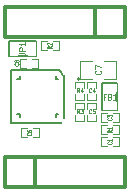
<source format=gto>
G04 (created by PCBNEW (2013-june-11)-stable) date Tue 22 Apr 2014 01:24:35 PM PDT*
%MOIN*%
G04 Gerber Fmt 3.4, Leading zero omitted, Abs format*
%FSLAX34Y34*%
G01*
G70*
G90*
G04 APERTURE LIST*
%ADD10C,0.00590551*%
%ADD11C,0.0039*%
%ADD12C,0.005*%
%ADD13C,0.0028*%
%ADD14C,0.012*%
%ADD15C,0.0079*%
%ADD16C,0.0043*%
%ADD17C,0.0045*%
%ADD18C,0.0354*%
%ADD19R,0.035X0.055*%
%ADD20R,0.025X0.045*%
%ADD21R,0.045X0.025*%
%ADD22R,0.0236X0.0157*%
%ADD23R,0.0157X0.0236*%
%ADD24R,0.055X0.055*%
%ADD25C,0.055*%
%ADD26R,0.0984252X0.0629921*%
%ADD27O,0.00984252X0.0315*%
G04 APERTURE END LIST*
G54D10*
G54D11*
X80500Y-31900D02*
G75*
G03X80500Y-31900I-50J0D01*
G74*
G01*
X80900Y-31900D02*
X80500Y-31900D01*
X80500Y-31900D02*
X80500Y-31300D01*
X80500Y-31300D02*
X80900Y-31300D01*
X81300Y-31300D02*
X81700Y-31300D01*
X81700Y-31300D02*
X81700Y-31900D01*
X81700Y-31900D02*
X81300Y-31900D01*
G54D12*
X79050Y-31150D02*
X78150Y-31150D01*
X78150Y-31150D02*
X78150Y-30650D01*
X78150Y-30650D02*
X79050Y-30650D01*
X79050Y-30650D02*
X79050Y-31150D01*
X81250Y-32950D02*
X81250Y-32050D01*
X81250Y-32050D02*
X81750Y-32050D01*
X81750Y-32050D02*
X81750Y-32950D01*
X81750Y-32950D02*
X81250Y-32950D01*
G54D13*
X80650Y-32900D02*
X80650Y-32700D01*
X80650Y-32700D02*
X80350Y-32700D01*
X80350Y-32700D02*
X80350Y-32900D01*
X80650Y-33100D02*
X80650Y-33300D01*
X80650Y-33300D02*
X80350Y-33300D01*
X80350Y-33300D02*
X80350Y-33100D01*
X80350Y-32400D02*
X80350Y-32600D01*
X80350Y-32600D02*
X80650Y-32600D01*
X80650Y-32600D02*
X80650Y-32400D01*
X80350Y-32200D02*
X80350Y-32000D01*
X80350Y-32000D02*
X80650Y-32000D01*
X80650Y-32000D02*
X80650Y-32200D01*
X79400Y-30650D02*
X79200Y-30650D01*
X79200Y-30650D02*
X79200Y-30950D01*
X79200Y-30950D02*
X79400Y-30950D01*
X79600Y-30650D02*
X79800Y-30650D01*
X79800Y-30650D02*
X79800Y-30950D01*
X79800Y-30950D02*
X79600Y-30950D01*
X81600Y-33750D02*
X81800Y-33750D01*
X81800Y-33750D02*
X81800Y-33450D01*
X81800Y-33450D02*
X81600Y-33450D01*
X81400Y-33750D02*
X81200Y-33750D01*
X81200Y-33750D02*
X81200Y-33450D01*
X81200Y-33450D02*
X81400Y-33450D01*
X81600Y-33350D02*
X81800Y-33350D01*
X81800Y-33350D02*
X81800Y-33050D01*
X81800Y-33050D02*
X81600Y-33050D01*
X81400Y-33350D02*
X81200Y-33350D01*
X81200Y-33350D02*
X81200Y-33050D01*
X81200Y-33050D02*
X81400Y-33050D01*
X80750Y-32400D02*
X80750Y-32600D01*
X80750Y-32600D02*
X81050Y-32600D01*
X81050Y-32600D02*
X81050Y-32400D01*
X80750Y-32200D02*
X80750Y-32000D01*
X80750Y-32000D02*
X81050Y-32000D01*
X81050Y-32000D02*
X81050Y-32200D01*
X81050Y-32900D02*
X81050Y-32700D01*
X81050Y-32700D02*
X80750Y-32700D01*
X80750Y-32700D02*
X80750Y-32900D01*
X81050Y-33100D02*
X81050Y-33300D01*
X81050Y-33300D02*
X80750Y-33300D01*
X80750Y-33300D02*
X80750Y-33100D01*
X81600Y-34150D02*
X81800Y-34150D01*
X81800Y-34150D02*
X81800Y-33850D01*
X81800Y-33850D02*
X81600Y-33850D01*
X81400Y-34150D02*
X81200Y-34150D01*
X81200Y-34150D02*
X81200Y-33850D01*
X81200Y-33850D02*
X81400Y-33850D01*
X78925Y-33850D02*
X79125Y-33850D01*
X79125Y-33850D02*
X79125Y-33550D01*
X79125Y-33550D02*
X78925Y-33550D01*
X78725Y-33850D02*
X78525Y-33850D01*
X78525Y-33850D02*
X78525Y-33550D01*
X78525Y-33550D02*
X78725Y-33550D01*
X78900Y-31550D02*
X79100Y-31550D01*
X79100Y-31550D02*
X79100Y-31250D01*
X79100Y-31250D02*
X78900Y-31250D01*
X78700Y-31550D02*
X78500Y-31550D01*
X78500Y-31550D02*
X78500Y-31250D01*
X78500Y-31250D02*
X78700Y-31250D01*
G54D14*
X78000Y-34500D02*
X78000Y-34500D01*
X78000Y-35500D02*
X78000Y-34500D01*
X78000Y-34500D02*
X78000Y-34500D01*
X78000Y-34500D02*
X82000Y-34500D01*
X82000Y-34500D02*
X82000Y-35500D01*
X82000Y-35500D02*
X78000Y-35500D01*
X79000Y-35500D02*
X79000Y-34500D01*
X82000Y-30500D02*
X82000Y-30500D01*
X82000Y-29500D02*
X82000Y-30500D01*
X82000Y-30500D02*
X82000Y-30500D01*
X82000Y-30500D02*
X78000Y-30500D01*
X78000Y-30500D02*
X78000Y-29500D01*
X78000Y-29500D02*
X82000Y-29500D01*
X81000Y-29500D02*
X81000Y-30500D01*
G54D10*
X79788Y-31614D02*
X79985Y-31811D01*
X78214Y-31614D02*
X79788Y-31614D01*
X78214Y-33385D02*
X78214Y-31614D01*
X79985Y-31811D02*
X79985Y-33385D01*
X79985Y-33385D02*
X78214Y-33385D01*
G54D15*
X79687Y-31912D02*
X79785Y-31912D01*
X79687Y-31814D02*
X79687Y-31912D01*
X78512Y-31912D02*
X78512Y-31814D01*
X78414Y-31912D02*
X78512Y-31912D01*
X78512Y-33087D02*
X78414Y-33087D01*
X78512Y-33185D02*
X78512Y-33087D01*
X79687Y-33087D02*
X79687Y-33185D01*
X79785Y-33087D02*
X79687Y-33087D01*
G54D16*
X81185Y-31632D02*
X81195Y-31642D01*
X81204Y-31670D01*
X81204Y-31689D01*
X81195Y-31717D01*
X81176Y-31736D01*
X81157Y-31745D01*
X81120Y-31754D01*
X81092Y-31754D01*
X81054Y-31745D01*
X81035Y-31736D01*
X81017Y-31717D01*
X81007Y-31689D01*
X81007Y-31670D01*
X81017Y-31642D01*
X81026Y-31632D01*
X81007Y-31567D02*
X81007Y-31435D01*
X81204Y-31520D01*
G54D17*
X78480Y-31050D02*
X78623Y-31050D01*
X78652Y-31058D01*
X78671Y-31075D01*
X78680Y-31101D01*
X78680Y-31118D01*
X78680Y-30964D02*
X78480Y-30964D01*
X78480Y-30895D01*
X78490Y-30878D01*
X78500Y-30870D01*
X78519Y-30861D01*
X78547Y-30861D01*
X78566Y-30870D01*
X78576Y-30878D01*
X78585Y-30895D01*
X78585Y-30964D01*
X78680Y-30690D02*
X78680Y-30792D01*
X78680Y-30741D02*
X78480Y-30741D01*
X78509Y-30758D01*
X78528Y-30775D01*
X78538Y-30792D01*
X81350Y-32501D02*
X81290Y-32501D01*
X81290Y-32605D02*
X81290Y-32405D01*
X81375Y-32405D01*
X81504Y-32501D02*
X81530Y-32510D01*
X81538Y-32520D01*
X81547Y-32539D01*
X81547Y-32567D01*
X81538Y-32586D01*
X81530Y-32596D01*
X81512Y-32605D01*
X81444Y-32605D01*
X81444Y-32405D01*
X81504Y-32405D01*
X81521Y-32415D01*
X81530Y-32425D01*
X81538Y-32444D01*
X81538Y-32463D01*
X81530Y-32482D01*
X81521Y-32491D01*
X81504Y-32501D01*
X81444Y-32501D01*
X81718Y-32605D02*
X81615Y-32605D01*
X81667Y-32605D02*
X81667Y-32405D01*
X81650Y-32434D01*
X81632Y-32453D01*
X81615Y-32463D01*
G54D13*
X80480Y-33055D02*
X80440Y-32990D01*
X80411Y-33055D02*
X80411Y-32917D01*
X80457Y-32917D01*
X80468Y-32924D01*
X80474Y-32931D01*
X80480Y-32944D01*
X80480Y-32963D01*
X80474Y-32977D01*
X80468Y-32983D01*
X80457Y-32990D01*
X80411Y-32990D01*
X80520Y-32917D02*
X80594Y-32917D01*
X80554Y-32970D01*
X80571Y-32970D01*
X80582Y-32977D01*
X80588Y-32983D01*
X80594Y-32996D01*
X80594Y-33029D01*
X80588Y-33042D01*
X80582Y-33049D01*
X80571Y-33055D01*
X80537Y-33055D01*
X80525Y-33049D01*
X80520Y-33042D01*
X80480Y-32355D02*
X80440Y-32290D01*
X80411Y-32355D02*
X80411Y-32217D01*
X80457Y-32217D01*
X80468Y-32224D01*
X80474Y-32231D01*
X80480Y-32244D01*
X80480Y-32263D01*
X80474Y-32277D01*
X80468Y-32283D01*
X80457Y-32290D01*
X80411Y-32290D01*
X80582Y-32263D02*
X80582Y-32355D01*
X80554Y-32211D02*
X80525Y-32309D01*
X80600Y-32309D01*
X79555Y-30820D02*
X79490Y-30860D01*
X79555Y-30888D02*
X79417Y-30888D01*
X79417Y-30842D01*
X79424Y-30831D01*
X79431Y-30825D01*
X79444Y-30820D01*
X79463Y-30820D01*
X79477Y-30825D01*
X79483Y-30831D01*
X79490Y-30842D01*
X79490Y-30888D01*
X79431Y-30774D02*
X79424Y-30768D01*
X79417Y-30757D01*
X79417Y-30728D01*
X79424Y-30717D01*
X79431Y-30711D01*
X79444Y-30705D01*
X79457Y-30705D01*
X79477Y-30711D01*
X79555Y-30780D01*
X79555Y-30705D01*
X81555Y-33620D02*
X81490Y-33660D01*
X81555Y-33688D02*
X81417Y-33688D01*
X81417Y-33642D01*
X81424Y-33631D01*
X81431Y-33625D01*
X81444Y-33620D01*
X81463Y-33620D01*
X81477Y-33625D01*
X81483Y-33631D01*
X81490Y-33642D01*
X81490Y-33688D01*
X81555Y-33505D02*
X81555Y-33574D01*
X81555Y-33540D02*
X81417Y-33540D01*
X81437Y-33551D01*
X81450Y-33562D01*
X81457Y-33574D01*
X81542Y-33220D02*
X81549Y-33225D01*
X81555Y-33242D01*
X81555Y-33254D01*
X81549Y-33271D01*
X81536Y-33282D01*
X81523Y-33288D01*
X81496Y-33294D01*
X81477Y-33294D01*
X81450Y-33288D01*
X81437Y-33282D01*
X81424Y-33271D01*
X81417Y-33254D01*
X81417Y-33242D01*
X81424Y-33225D01*
X81431Y-33220D01*
X81417Y-33180D02*
X81417Y-33105D01*
X81470Y-33145D01*
X81470Y-33128D01*
X81477Y-33117D01*
X81483Y-33111D01*
X81496Y-33105D01*
X81529Y-33105D01*
X81542Y-33111D01*
X81549Y-33117D01*
X81555Y-33128D01*
X81555Y-33162D01*
X81549Y-33174D01*
X81542Y-33180D01*
X80880Y-32342D02*
X80874Y-32349D01*
X80857Y-32355D01*
X80845Y-32355D01*
X80828Y-32349D01*
X80817Y-32336D01*
X80811Y-32323D01*
X80805Y-32296D01*
X80805Y-32277D01*
X80811Y-32250D01*
X80817Y-32237D01*
X80828Y-32224D01*
X80845Y-32217D01*
X80857Y-32217D01*
X80874Y-32224D01*
X80880Y-32231D01*
X80982Y-32263D02*
X80982Y-32355D01*
X80954Y-32211D02*
X80925Y-32309D01*
X81000Y-32309D01*
X80880Y-33042D02*
X80874Y-33049D01*
X80857Y-33055D01*
X80845Y-33055D01*
X80828Y-33049D01*
X80817Y-33036D01*
X80811Y-33023D01*
X80805Y-32996D01*
X80805Y-32977D01*
X80811Y-32950D01*
X80817Y-32937D01*
X80828Y-32924D01*
X80845Y-32917D01*
X80857Y-32917D01*
X80874Y-32924D01*
X80880Y-32931D01*
X80988Y-32917D02*
X80931Y-32917D01*
X80925Y-32983D01*
X80931Y-32977D01*
X80942Y-32970D01*
X80971Y-32970D01*
X80982Y-32977D01*
X80988Y-32983D01*
X80994Y-32996D01*
X80994Y-33029D01*
X80988Y-33042D01*
X80982Y-33049D01*
X80971Y-33055D01*
X80942Y-33055D01*
X80931Y-33049D01*
X80925Y-33042D01*
X81542Y-34020D02*
X81549Y-34025D01*
X81555Y-34042D01*
X81555Y-34054D01*
X81549Y-34071D01*
X81536Y-34082D01*
X81523Y-34088D01*
X81496Y-34094D01*
X81477Y-34094D01*
X81450Y-34088D01*
X81437Y-34082D01*
X81424Y-34071D01*
X81417Y-34054D01*
X81417Y-34042D01*
X81424Y-34025D01*
X81431Y-34020D01*
X81555Y-33905D02*
X81555Y-33974D01*
X81555Y-33940D02*
X81417Y-33940D01*
X81437Y-33951D01*
X81450Y-33962D01*
X81457Y-33974D01*
X78867Y-33720D02*
X78874Y-33725D01*
X78880Y-33742D01*
X78880Y-33754D01*
X78874Y-33771D01*
X78861Y-33782D01*
X78848Y-33788D01*
X78821Y-33794D01*
X78802Y-33794D01*
X78775Y-33788D01*
X78762Y-33782D01*
X78749Y-33771D01*
X78742Y-33754D01*
X78742Y-33742D01*
X78749Y-33725D01*
X78756Y-33720D01*
X78742Y-33617D02*
X78742Y-33640D01*
X78749Y-33651D01*
X78756Y-33657D01*
X78775Y-33668D01*
X78802Y-33674D01*
X78854Y-33674D01*
X78867Y-33668D01*
X78874Y-33662D01*
X78880Y-33651D01*
X78880Y-33628D01*
X78874Y-33617D01*
X78867Y-33611D01*
X78854Y-33605D01*
X78821Y-33605D01*
X78808Y-33611D01*
X78802Y-33617D01*
X78795Y-33628D01*
X78795Y-33651D01*
X78802Y-33662D01*
X78808Y-33668D01*
X78821Y-33674D01*
X78442Y-31395D02*
X78449Y-31400D01*
X78455Y-31417D01*
X78455Y-31429D01*
X78449Y-31446D01*
X78436Y-31457D01*
X78423Y-31463D01*
X78396Y-31469D01*
X78377Y-31469D01*
X78350Y-31463D01*
X78337Y-31457D01*
X78324Y-31446D01*
X78317Y-31429D01*
X78317Y-31417D01*
X78324Y-31400D01*
X78331Y-31395D01*
X78377Y-31326D02*
X78370Y-31337D01*
X78363Y-31343D01*
X78350Y-31349D01*
X78344Y-31349D01*
X78331Y-31343D01*
X78324Y-31337D01*
X78317Y-31326D01*
X78317Y-31303D01*
X78324Y-31292D01*
X78331Y-31286D01*
X78344Y-31280D01*
X78350Y-31280D01*
X78363Y-31286D01*
X78370Y-31292D01*
X78377Y-31303D01*
X78377Y-31326D01*
X78383Y-31337D01*
X78390Y-31343D01*
X78403Y-31349D01*
X78429Y-31349D01*
X78442Y-31343D01*
X78449Y-31337D01*
X78455Y-31326D01*
X78455Y-31303D01*
X78449Y-31292D01*
X78442Y-31286D01*
X78429Y-31280D01*
X78403Y-31280D01*
X78390Y-31286D01*
X78383Y-31292D01*
X78377Y-31303D01*
%LPC*%
G54D18*
X80085Y-33366D03*
X80085Y-31634D03*
G54D19*
X80725Y-31600D03*
X81475Y-31600D03*
G54D20*
X78900Y-30900D03*
X78300Y-30900D03*
G54D21*
X81500Y-32800D03*
X81500Y-32200D03*
G54D22*
X80500Y-32823D03*
X80500Y-33177D03*
X80500Y-32477D03*
X80500Y-32123D03*
G54D23*
X79323Y-30800D03*
X79677Y-30800D03*
X81677Y-33600D03*
X81323Y-33600D03*
X81677Y-33200D03*
X81323Y-33200D03*
G54D22*
X80900Y-32477D03*
X80900Y-32123D03*
X80900Y-32823D03*
X80900Y-33177D03*
G54D23*
X81677Y-34000D03*
X81323Y-34000D03*
X79002Y-33700D03*
X78648Y-33700D03*
X78977Y-31400D03*
X78623Y-31400D03*
G54D24*
X78500Y-35000D03*
G54D25*
X79500Y-35000D03*
X80500Y-35000D03*
X81500Y-35000D03*
G54D24*
X81500Y-30000D03*
G54D25*
X80500Y-30000D03*
X79500Y-30000D03*
X78500Y-30000D03*
G54D26*
X79100Y-32500D03*
G54D27*
X79542Y-31909D03*
X79365Y-31909D03*
X79188Y-31909D03*
X79011Y-31909D03*
X78834Y-31909D03*
X78657Y-31909D03*
X78657Y-33090D03*
X78834Y-33090D03*
X79011Y-33090D03*
X79188Y-33090D03*
X79365Y-33090D03*
X79542Y-33090D03*
M02*

</source>
